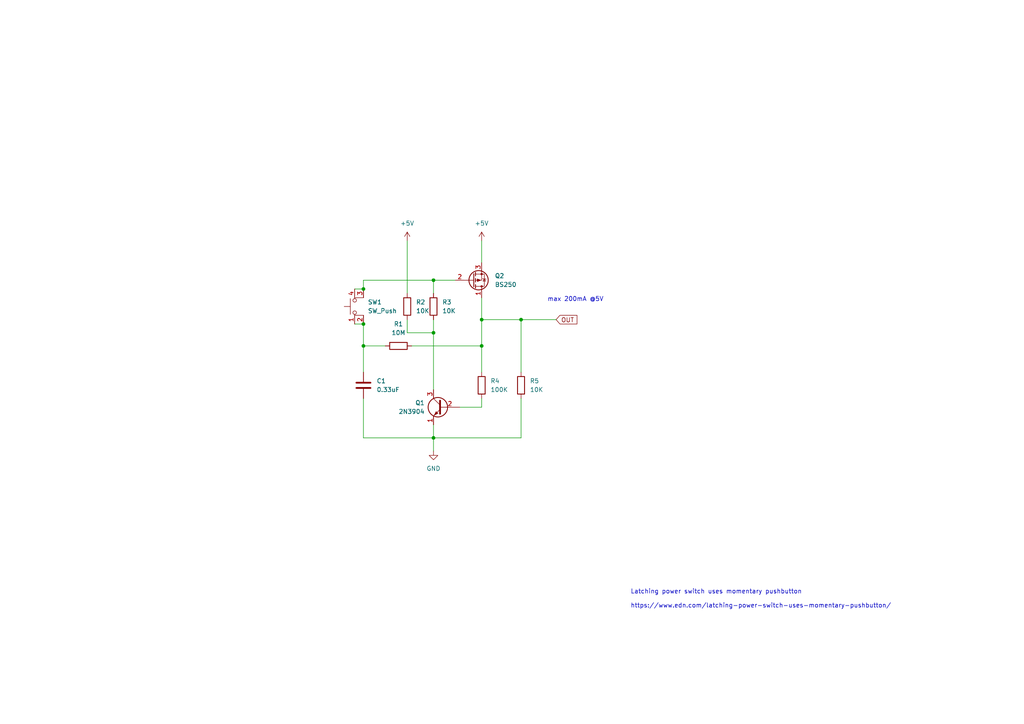
<source format=kicad_sch>
(kicad_sch (version 20211123) (generator eeschema)
  (paper "A4")
  (lib_symbols
    (symbol "Device:C" (pin_numbers hide) (pin_names (offset 0.254))
      (property "Reference" "C" (at 0.635 2.54 0))
      (property "Value" "C" (at 0.635 -2.54 0))
      (symbol "C_0_1"
        (polyline (pts (xy -2.032 -0.762) (xy 2.032 -0.762)) (stroke (width 0.508)))
        (polyline (pts (xy -2.032 0.762) (xy 2.032 0.762)) (stroke (width 0.508)))
      )
      (symbol "C_1_1"
        (pin passive line (at 0 3.81 270) (length 2.794) (name "~") (number "1"))
        (pin passive line (at 0 -3.81 90) (length 2.794) (name "~") (number "2"))
      )
    )
    (symbol "Device:R" (pin_numbers hide) (pin_names (offset 0))
      (property "Reference" "R" (at 2.032 0 90))
      (property "Value" "R" (at 0 0 90))
      (symbol "R_0_1"
        (rectangle (start -1.016 -2.54) (end 1.016 2.54) (stroke (width 0.254)))
      )
      (symbol "R_1_1"
        (pin passive line (at 0 3.81 270) (length 1.27) (name "~") (number "1"))
        (pin passive line (at 0 -3.81 90) (length 1.27) (name "~") (number "2"))
      )
    )
    (symbol "Switch:SW_MEC_5E" (pin_names (offset 1.016) hide)
      (property "Reference" "SW" (at 0.635 5.715 0))
      (property "Value" "SW_MEC_5E" (at 0 -3.175 0))
      (symbol "SW_MEC_5E_0_1"
        (circle (center -1.778 2.54) (radius 0.508))
        (polyline (pts (xy -2.286 3.81) (xy 2.286 3.81)))
        (polyline (pts (xy 0 3.81) (xy 0 5.588)))
        (polyline (pts (xy -2.54 0) (xy -2.54 2.54) (xy -2.286 2.54)))
        (polyline (pts (xy 2.54 0) (xy 2.54 2.54) (xy 2.286 2.54)))
        (circle (center 1.778 2.54) (radius 0.508))
        (pin passive line (at -5.08 2.54 0) (length 2.54) (name "1") (number "1"))
        (pin passive line (at -5.08 0 0) (length 2.54) (name "2") (number "2"))
        (pin passive line (at 5.08 0 180) (length 2.54) (name "K") (number "3"))
        (pin passive line (at 5.08 2.54 180) (length 2.54) (name "A") (number "4"))
      )
    )
    (symbol "Transistor_BJT:2N3904" (pin_names (offset 0) hide)
      (property "Reference" "Q" (at 5.08 1.905 0))
      (property "Value" "2N3904" (at 5.08 0 0))
      (symbol "2N3904_0_1"
        (polyline (pts (xy 0.635 0.635) (xy 2.54 2.54)))
        (polyline (pts (xy 0.635 -0.635) (xy 2.54 -2.54) (xy 2.54 -2.54)))
        (polyline (pts (xy 0.635 1.905) (xy 0.635 -1.905) (xy 0.635 -1.905)) (stroke (width 0.508)))
        (polyline (pts (xy 1.27 -1.778) (xy 1.778 -1.27) (xy 2.286 -2.286) (xy 1.27 -1.778) (xy 1.27 -1.778)) (fill (type outline)))
        (circle (center 1.27 0) (radius 2.8194) (stroke (width 0.254)))
      )
      (symbol "2N3904_1_1"
        (pin passive line (at 2.54 -5.08 90) (length 2.54) (name "E") (number "1"))
        (pin passive line (at -5.08 0 0) (length 5.715) (name "B") (number "2"))
        (pin passive line (at 2.54 5.08 270) (length 2.54) (name "C") (number "3"))
      )
    )
    (symbol "Transistor_FET:BS250" (pin_names hide)
      (property "Reference" "Q" (at 5.08 1.905 0))
      (property "Value" "BS250" (at 5.08 0 0))
      (symbol "BS250_0_1"
        (polyline (pts (xy 0.254 0) (xy -2.54 0)))
        (polyline (pts (xy 0.254 1.905) (xy 0.254 -1.905)) (stroke (width 0.254)))
        (polyline (pts (xy 0.762 -1.27) (xy 0.762 -2.286)) (stroke (width 0.254)))
        (polyline (pts (xy 0.762 0.508) (xy 0.762 -0.508)) (stroke (width 0.254)))
        (polyline (pts (xy 0.762 2.286) (xy 0.762 1.27)) (stroke (width 0.254)))
        (polyline (pts (xy 2.54 2.54) (xy 2.54 1.778)))
        (polyline (pts (xy 2.54 -2.54) (xy 2.54 0) (xy 0.762 0)))
        (polyline (pts (xy 0.762 1.778) (xy 3.302 1.778) (xy 3.302 -1.778) (xy 0.762 -1.778)))
        (polyline (pts (xy 2.286 0) (xy 1.27 0.381) (xy 1.27 -0.381) (xy 2.286 0)) (fill (type outline)))
        (polyline (pts (xy 2.794 -0.508) (xy 2.921 -0.381) (xy 3.683 -0.381) (xy 3.81 -0.254)))
        (polyline (pts (xy 3.302 -0.381) (xy 2.921 0.254) (xy 3.683 0.254) (xy 3.302 -0.381)))
        (circle (center 1.651 0) (radius 2.794) (stroke (width 0.254)))
        (circle (center 2.54 -1.778) (radius 0.254) (fill (type outline)))
        (circle (center 2.54 1.778) (radius 0.254) (fill (type outline)))
      )
      (symbol "BS250_1_1"
        (pin passive line (at 2.54 5.08 270) (length 2.54) (name "D") (number "1"))
        (pin input line (at -5.08 0 0) (length 2.54) (name "G") (number "2"))
        (pin passive line (at 2.54 -5.08 90) (length 2.54) (name "S") (number "3"))
      )
    )
    (symbol "power:+5V" (power) (pin_names (offset 0))
      (property "Value" "+5V" (at 0 3.556 0))
      (symbol "+5V_0_1"
        (polyline (pts (xy -0.762 1.27) (xy 0 2.54)))
        (polyline (pts (xy 0 0) (xy 0 2.54)))
        (polyline (pts (xy 0 2.54) (xy 0.762 1.27)))
      )
      (symbol "+5V_1_1"
        (pin power_in line (at 0 0 90) (length 0) hide (name "+5V") (number "1"))
      )
    )
    (symbol "power:GND" (power) (pin_names (offset 0))
      (property "Value" "GND" (at 0 -3.81 0))
      (symbol "GND_0_1"
        (polyline (pts (xy 0 0) (xy 0 -1.27) (xy 1.27 -1.27) (xy 0 -2.54) (xy -1.27 -1.27) (xy 0 -1.27)))
      )
      (symbol "GND_1_1"
        (pin power_in line (at 0 0 270) (length 0) hide (name "GND") (number "1"))
      )
    )
  )
  (junction (at 139.7 92.71))
  (junction (at 105.41 100.33))
  (junction (at 125.73 127))
  (junction (at 151.13 92.71))
  (junction (at 105.41 93.98))
  (junction (at 125.73 96.52))
  (junction (at 125.73 81.28))
  (junction (at 105.41 83.82))
  (junction (at 139.7 100.33))
  (wire (pts (xy 139.7 115.57) (xy 139.7 118.11)))
  (wire (pts (xy 105.41 127) (xy 125.73 127)))
  (wire (pts (xy 139.7 69.85) (xy 139.7 76.2)))
  (wire (pts (xy 139.7 100.33) (xy 139.7 107.95)))
  (wire (pts (xy 105.41 100.33) (xy 105.41 107.95)))
  (wire (pts (xy 139.7 118.11) (xy 133.35 118.11)))
  (wire (pts (xy 151.13 92.71) (xy 139.7 92.71)))
  (wire (pts (xy 105.41 93.98) (xy 105.41 100.33)))
  (wire (pts (xy 125.73 127) (xy 125.73 130.81)))
  (wire (pts (xy 125.73 81.28) (xy 125.73 85.09)))
  (wire (pts (xy 132.08 81.28) (xy 125.73 81.28)))
  (wire (pts (xy 139.7 86.36) (xy 139.7 92.71)))
  (wire (pts (xy 139.7 92.71) (xy 139.7 100.33)))
  (wire (pts (xy 105.41 83.82) (xy 105.41 81.28)))
  (wire (pts (xy 102.87 83.82) (xy 105.41 83.82)))
  (wire (pts (xy 151.13 115.57) (xy 151.13 127)))
  (wire (pts (xy 119.38 100.33) (xy 139.7 100.33)))
  (wire (pts (xy 151.13 107.95) (xy 151.13 92.71)))
  (wire (pts (xy 151.13 92.71) (xy 161.29 92.71)))
  (wire (pts (xy 118.11 92.71) (xy 118.11 96.52)))
  (wire (pts (xy 125.73 92.71) (xy 125.73 96.52)))
  (wire (pts (xy 118.11 69.85) (xy 118.11 85.09)))
  (wire (pts (xy 105.41 81.28) (xy 125.73 81.28)))
  (wire (pts (xy 125.73 96.52) (xy 125.73 113.03)))
  (wire (pts (xy 125.73 123.19) (xy 125.73 127)))
  (wire (pts (xy 102.87 93.98) (xy 105.41 93.98)))
  (wire (pts (xy 118.11 96.52) (xy 125.73 96.52)))
  (wire (pts (xy 105.41 115.57) (xy 105.41 127)))
  (wire (pts (xy 125.73 127) (xy 151.13 127)))
  (wire (pts (xy 105.41 100.33) (xy 111.76 100.33)))
  (text "max 200mA @5V" (at 158.75 87.63 0) (effects (font (size 1.27 1.27)) (justify left bottom)))
  (text "Latching power switch uses momentary pushbutton\n\nhttps://www.edn.com/latching-power-switch-uses-momentary-pushbutton/" (at 182.88 176.53 0) (effects (font (size 1.27 1.27)) (justify left bottom)))
  (global_label "OUT" (shape input) (at 161.29 92.71 0) (property "Intersheet References" "${INTERSHEET_REFS}" (effects hide)))
  (symbol (lib_id "power:GND") (at 125.73 130.81 0) (unit 1)
    (property "Reference" "#PWR02" (effects hide))
    (property "Value" "GND" (at 125.73 135.89 0))
  )
  (symbol (lib_id "Switch:SW_MEC_5E") (at 105.41 88.9 90) (unit 1)
    (property "Reference" "SW1" (at 106.68 87.6299 90) (effects (justify right)))
    (property "Value" "SW_Push" (at 106.68 90.1699 90) (effects (justify right)))
    (property "Footprint" "Button_Switch_THT:SW_PUSH_6mm" (effects hide))
    (property "Datasheet" "http://www.apem.com/int/index.php?controller=attachment&id_attachment=1371" (effects hide))
  )
  (symbol (lib_id "Transistor_BJT:2N3904") (at 128.27 118.11 0) (mirror y) (unit 1)
    (property "Reference" "Q1" (at 123.19 116.8399 0) (effects (justify left)))
    (property "Value" "2N3904" (at 123.19 119.3799 0) (effects (justify left)))
    (property "Footprint" "Package_TO_SOT_THT:TO-92_Inline_Wide" (effects hide))
    (property "Datasheet" "https://www.onsemi.com/pub/Collateral/2N3903-D.PDF" (effects hide))
  )
  (symbol (lib_id "power:+5V") (at 118.11 69.85 0) (unit 1)
    (property "Reference" "#PWR01" (effects hide))
    (property "Value" "+5V" (at 118.11 64.77 0))
  )
  (symbol (lib_id "Device:R") (at 115.57 100.33 90) (unit 1)
    (property "Reference" "R1" (at 115.57 93.98 90))
    (property "Value" "10M" (at 115.57 96.52 90))
    (property "Footprint" "Resistor_THT:R_Axial_DIN0207_L6.3mm_D2.5mm_P7.62mm_Horizontal" (effects hide))
  )
  (symbol (lib_id "power:+5V") (at 139.7 69.85 0) (unit 1)
    (property "Reference" "#PWR03" (effects hide))
    (property "Value" "+5V" (at 139.7 64.77 0))
  )
  (symbol (lib_id "Device:R") (at 118.11 88.9 0) (unit 1)
    (property "Reference" "R2" (at 120.65 87.6299 0) (effects (justify left)))
    (property "Value" "10K" (at 120.65 90.1699 0) (effects (justify left)))
    (property "Footprint" "Resistor_THT:R_Axial_DIN0207_L6.3mm_D2.5mm_P10.16mm_Horizontal" (effects hide))
  )
  (symbol (lib_id "Transistor_FET:BS250") (at 137.16 81.28 0) (mirror x) (unit 1)
    (property "Reference" "Q2" (at 143.51 80.0099 0) (effects (justify left)))
    (property "Value" "BS250" (at 143.51 82.5499 0) (effects (justify left)))
    (property "Footprint" "Package_TO_SOT_THT:TO-92_Inline_Wide" (effects hide))
    (property "Datasheet" "http://www.vishay.com/docs/70209/70209.pdf" (effects hide))
  )
  (symbol (lib_id "Device:R") (at 125.73 88.9 0) (unit 1)
    (property "Reference" "R3" (at 128.27 87.6299 0) (effects (justify left)))
    (property "Value" "10K" (at 128.27 90.1699 0) (effects (justify left)))
    (property "Footprint" "Resistor_THT:R_Axial_DIN0207_L6.3mm_D2.5mm_P7.62mm_Horizontal" (effects hide))
  )
  (symbol (lib_id "Device:C") (at 105.41 111.76 0) (unit 1)
    (property "Reference" "C1" (at 109.22 110.4899 0) (effects (justify left)))
    (property "Value" "0.33uF" (at 109.22 113.0299 0) (effects (justify left)))
    (property "Footprint" "Capacitor_THT:C_Disc_D5.0mm_W2.5mm_P5.00mm" (effects hide))
  )
  (symbol (lib_id "Device:R") (at 151.13 111.76 0) (unit 1)
    (property "Reference" "R5" (at 153.67 110.4899 0) (effects (justify left)))
    (property "Value" "10K" (at 153.67 113.0299 0) (effects (justify left)))
    (property "Footprint" "Resistor_THT:R_Axial_DIN0207_L6.3mm_D2.5mm_P7.62mm_Horizontal" (effects hide))
  )
  (symbol (lib_id "Device:R") (at 139.7 111.76 0) (unit 1)
    (property "Reference" "R4" (at 142.24 110.4899 0) (effects (justify left)))
    (property "Value" "100K" (at 142.24 113.0299 0) (effects (justify left)))
    (property "Footprint" "Resistor_THT:R_Axial_DIN0207_L6.3mm_D2.5mm_P7.62mm_Horizontal" (effects hide))
  )
)
</source>
